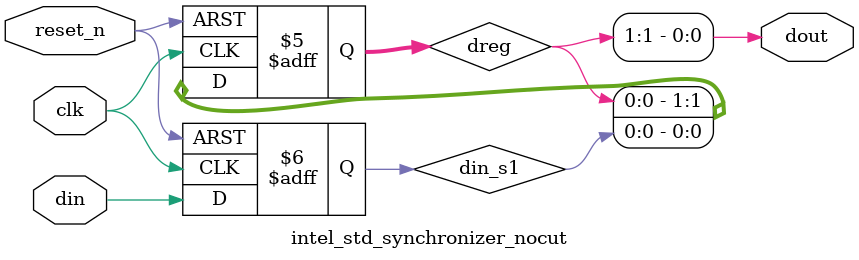
<source format=v>




//-----------------------------------------------------------------------------
//
// File: intel_std_synchronizer_nocut.v
//
// Abstract: Single bit clock domain crossing synchronizer. Exactly the same
//           as altera_std_synchronizer.v, except that the embedded false
//           path constraint is removed in this module. If you use this
//           module, you will have to apply the appropriate timing
//           constraints.
//
//           We expect to make this a standard Quartus atom eventually.
//
//           Composed of two or more flip flops connected in series.
//           Random metastable condition is simulated when the 
//           __ALTERA_STD__METASTABLE_SIM macro is defined.
//           Use +define+__ALTERA_STD__METASTABLE_SIM argument 
//           on the Verilog simulator compiler command line to 
//           enable this mode. In addition, define the macro
//           __ALTERA_STD__METASTABLE_SIM_VERBOSE to get console output 
//           with every metastable event generated in the synchronizer.
//
// Copyright (C) Altera Corporation 2009, All Rights Reserved
//-----------------------------------------------------------------------------

`timescale 1ns / 1ns

module intel_std_synchronizer_nocut (
                                clk, 
                                reset_n, 
                                din, 
                                dout
                                );

   parameter depth = 3; // This value must be >= 2 !
   parameter rst_value = 0;     
     
   input   clk;
   input   reset_n;    
   input   din;
   output  dout;
   
   // QuartusII synthesis directives:
   //     1. Preserve all registers ie. do not touch them.
   //     2. Do not merge other flip-flops with synchronizer flip-flops.
   // QuartusII TimeQuest directives:
   //     1. Identify all flip-flops in this module as members of the synchronizer 
   //        to enable automatic metastability MTBF analysis.

   (* altera_attribute = {"-name ADV_NETLIST_OPT_ALLOWED NEVER_ALLOW; -name SYNCHRONIZER_IDENTIFICATION FORCED; -name DONT_MERGE_REGISTER ON; -name PRESERVE_REGISTER ON  "} *) reg din_s1;

   (* altera_attribute = {"-name ADV_NETLIST_OPT_ALLOWED NEVER_ALLOW; -name DONT_MERGE_REGISTER ON; -name PRESERVE_REGISTER ON"} *) reg [depth-2:0] dreg;    
   
   //synthesis translate_off
   initial begin
      if (depth <2) begin
         $display("%m: Error: synchronizer length: %0d less than 2.", depth);
      end
   end

   // the first synchronizer register is either a simple D flop for synthesis
   // and non-metastable simulation or a D flop with a method to inject random
   // metastable events resulting in random delay of [0,1] cycles
   
`ifdef __ALTERA_STD__METASTABLE_SIM

   reg[31:0]  RANDOM_SEED = 123456;      
   wire  next_din_s1;
   wire  dout;
   reg   din_last;
   reg          random;
   event metastable_event; // hook for debug monitoring

   initial begin
      $display("%m: Info: Metastable event injection simulation mode enabled");
   end
   
   always @(posedge clk) begin
      if (reset_n == 0)
        random <= $random(RANDOM_SEED);
      else
        random <= $random;
   end

   assign next_din_s1 = (din_last ^ din) ? random : din;   

   always @(posedge clk or negedge reset_n) begin
       if (reset_n == 0) 
         din_last <= (rst_value == 0)? 1'b0 : 1'b1;
       else
         din_last <= din;
   end

   always @(posedge clk or negedge reset_n) begin
       if (reset_n == 0) 
         din_s1 <= (rst_value == 0)? 1'b0 : 1'b1;
       else
         din_s1 <= next_din_s1;
   end
   
`else 

   //synthesis translate_on   
   generate if (rst_value == 0)
       always @(posedge clk or negedge reset_n) begin
           if (reset_n == 0) 
             din_s1 <= 1'b0;
           else
             din_s1 <= din;
       end
   endgenerate
   
   generate if (rst_value == 1)
       always @(posedge clk or negedge reset_n) begin
           if (reset_n == 0) 
             din_s1 <= 1'b1;
           else
             din_s1 <= din;
       end
   endgenerate
   //synthesis translate_off      

`endif

`ifdef __ALTERA_STD__METASTABLE_SIM_VERBOSE
   always @(*) begin
      if (reset_n && (din_last != din) && (random != din)) begin
         $display("%m: Verbose Info: metastable event @ time %t", $time);
         ->metastable_event;
      end
   end      
`endif

   //synthesis translate_on

   // the remaining synchronizer registers form a simple shift register
   // of length depth-1
   generate if (rst_value == 0)
      if (depth < 3) begin
         always @(posedge clk or negedge reset_n) begin
            if (reset_n == 0) 
              dreg <= {depth-1{1'b0}};            
            else
              dreg <= din_s1;
         end         
      end else begin
         always @(posedge clk or negedge reset_n) begin
            if (reset_n == 0) 
              dreg <= {depth-1{1'b0}};
            else
              dreg <= {dreg[depth-3:0], din_s1};
         end
      end
   endgenerate
   
   generate if (rst_value == 1)
      if (depth < 3) begin
         always @(posedge clk or negedge reset_n) begin
            if (reset_n == 0) 
              dreg <= {depth-1{1'b1}};            
            else
              dreg <= din_s1;
         end         
      end else begin
         always @(posedge clk or negedge reset_n) begin
            if (reset_n == 0) 
              dreg <= {depth-1{1'b1}};
            else
              dreg <= {dreg[depth-3:0], din_s1};
         end
      end
   endgenerate

   assign dout = dreg[depth-2];
   
endmodule 


                        
`ifdef QUESTA_INTEL_OEM
`pragma questa_oem_00 "5SOp2wqjkMCvRs5H/8cuggoPFnOYOVi/4/bu0Ttyg6RGDyAtuEiXM6zkpXTknpEbjlGv1qJhvF6QsriNG9ARPZ7JmiU3BFWTE9LqHzcFT7tPdS7N8boITkYqxt5v97iIEFF1Inp38Z2ZjsNVDWx8i62p0LDZ9g0btA81KMjFRSEqWO+7zoj3fGDFVT4C92nEu4HzJ3Vn/6UckyxLHS+UBqQ5vFQM1/jRM3utVd+aJiI+UhZ7UQS9EuZt0X4LqZWLZE1Xi0DwnELUbYyhotZa6yXV/lHPV5yR9UCCBsfXBJ8LgrY6TlZt8cDdbTbsRYjwK1vVeEPzrSPzWPU1i5JvIh91DvTE5TcXl99jW7cF2+DEXeUJqHUNuKHLQRbVGmD4+xCL2w/M6h6JWX2WZYpibMN38oLsfcTZ9asBZ7WHoHiZXbrfjpfOdzG5DKDMZOqewQr61rC3Die5d880pesOM/IXvV1X871QGn3s1sNgs08rM2EFeROkjRvcA/h1wYvo5Ly/Jr0hB7wAyyxjJzFgmy1CsV6Ystko/6d2mR+n5oqu+w2Xgb8X6W7dFqXBk3Faf8C4GcIMxC8lmHiMgnjhG+//0Q/noTmZxhiN0Mh9S7Pwt4v3VHIO/bJWM/b4BCYfqX78X7ZiiOOotAHBLyko9EKhQkF4NGivLc3rg6jG2EYKlOMeQEJAI1byXWZpifji+Xd2UmuXyaTXIue+o0eq+/SSMYCZAzskAQMsFHwuTujciQUpV7YO2k0cSqeKEwLyKV/Gv/0z7dRbOOgWK5hMBa4BZlaEIWrnRAAiMYKLd72mgJ5WZ4yPTIFzpTneC438j7ELnAjU+Dff5Ac5mm26PLL0yQe2kKggRhGYIgAdZf3yxYn9Sw21R3g66zOep3A8bvowd/dGrcDDgK1SvF9BjT9+Aw18vYvlCL+Z7YuH49zjG7RtjWWKMCY6Ciwezh1Y1hAWauIDodl6YR0axUJwi9TYrozY49SmQ2ZvwlQkkOC4U3CdQB2pCMwygGraFV1+"
`endif
</source>
